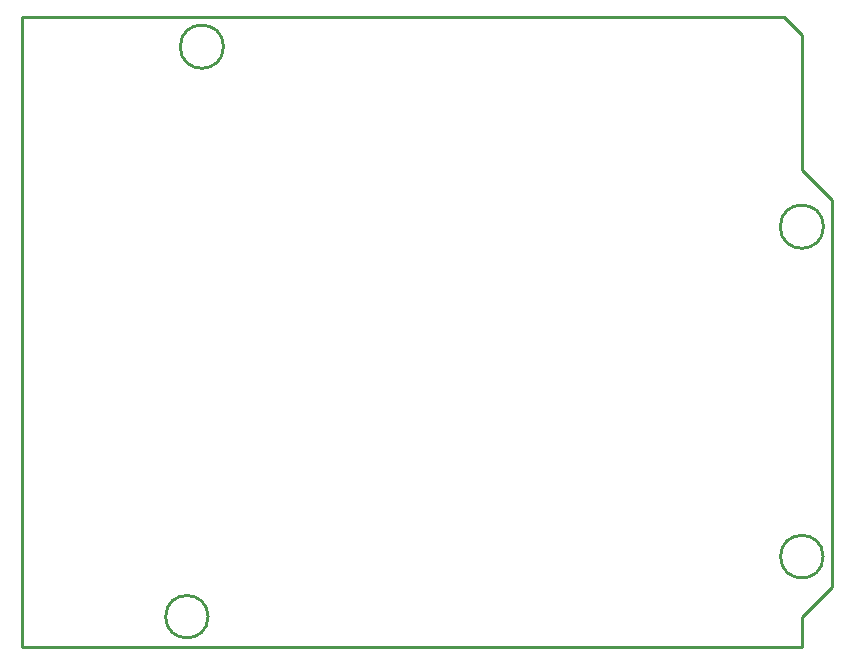
<source format=gko>
G04 Layer: BoardOutlineLayer*
G04 EasyEDA v6.5.51, 2025-11-10 16:22:34*
G04 edf426586456471d89c25727c5112f57,c2dd228c5626426dab0286b5437c322d,10*
G04 Gerber Generator version 0.2*
G04 Scale: 100 percent, Rotated: No, Reflected: No *
G04 Dimensions in inches *
G04 leading zeros omitted , absolute positions ,3 integer and 6 decimal *
%FSLAX36Y36*%
%MOIN*%

%ADD10C,0.0100*%
%ADD11C,0.0182*%
D10*
X0Y2100000D02*
G01*
X2540000Y2100000D01*
X2600000Y2040000D01*
X2600000Y1590000D01*
X2700000Y1490000D01*
X2700000Y200000D01*
X2600000Y100000D01*
X2600000Y0D01*
X0Y0D01*
X0Y2100000D01*
G75*
G01
X2671063Y300000D02*
G03X2671063Y300000I-71063J0D01*
G75*
G01
X2672111Y1400000D02*
G03X2672111Y1400000I-72111J0D01*
G75*
G01
X672111Y2000000D02*
G03X672111Y2000000I-72111J0D01*
G75*
G01
X620711Y100000D02*
G03X620711Y100000I-70711J0D01*

%LPD*%
M02*

</source>
